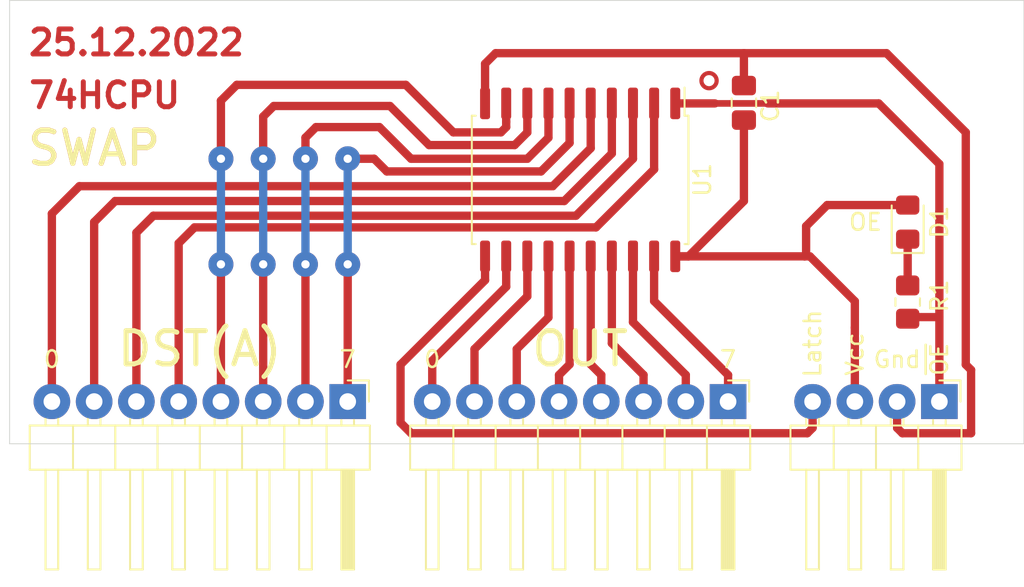
<source format=kicad_pcb>
(kicad_pcb (version 20171130) (host pcbnew "(5.1.8)-1")

  (general
    (thickness 1.6)
    (drawings 20)
    (tracks 133)
    (zones 0)
    (modules 7)
    (nets 22)
  )

  (page A4 portrait)
  (layers
    (0 F.Cu signal)
    (31 B.Cu signal)
    (32 B.Adhes user)
    (33 F.Adhes user)
    (34 B.Paste user)
    (35 F.Paste user)
    (36 B.SilkS user)
    (37 F.SilkS user)
    (38 B.Mask user)
    (39 F.Mask user)
    (40 Dwgs.User user)
    (41 Cmts.User user)
    (42 Eco1.User user)
    (43 Eco2.User user)
    (44 Edge.Cuts user)
    (45 Margin user)
    (46 B.CrtYd user)
    (47 F.CrtYd user)
    (48 B.Fab user)
    (49 F.Fab user)
  )

  (setup
    (last_trace_width 0.4)
    (user_trace_width 0.4)
    (user_trace_width 0.5)
    (user_trace_width 0.6)
    (user_trace_width 0.8)
    (trace_clearance 0.2)
    (zone_clearance 0.508)
    (zone_45_only no)
    (trace_min 0.2)
    (via_size 1.5)
    (via_drill 0.5)
    (via_min_size 0.4)
    (via_min_drill 0.3)
    (user_via 1.6 0.9)
    (uvia_size 0.3)
    (uvia_drill 0.1)
    (uvias_allowed no)
    (uvia_min_size 0.2)
    (uvia_min_drill 0.1)
    (edge_width 0.05)
    (segment_width 0.2)
    (pcb_text_width 0.3)
    (pcb_text_size 1.5 1.5)
    (mod_edge_width 0.12)
    (mod_text_size 1 1)
    (mod_text_width 0.15)
    (pad_size 1.6 1.6)
    (pad_drill 0.8)
    (pad_to_mask_clearance 0)
    (aux_axis_origin 83.82 40.005)
    (visible_elements 7FFFFFFF)
    (pcbplotparams
      (layerselection 0x010f0_ffffffff)
      (usegerberextensions true)
      (usegerberattributes false)
      (usegerberadvancedattributes false)
      (creategerberjobfile false)
      (excludeedgelayer true)
      (linewidth 0.100000)
      (plotframeref false)
      (viasonmask false)
      (mode 1)
      (useauxorigin true)
      (hpglpennumber 1)
      (hpglpenspeed 20)
      (hpglpendiameter 15.000000)
      (psnegative false)
      (psa4output false)
      (plotreference true)
      (plotvalue true)
      (plotinvisibletext false)
      (padsonsilk false)
      (subtractmaskfromsilk false)
      (outputformat 1)
      (mirror false)
      (drillshape 0)
      (scaleselection 1)
      (outputdirectory "gerber/"))
  )

  (net 0 "")
  (net 1 "Net-(J3-Pad7)")
  (net 2 "Net-(J3-Pad6)")
  (net 3 "Net-(J3-Pad5)")
  (net 4 "Net-(J3-Pad4)")
  (net 5 "Net-(J3-Pad3)")
  (net 6 "Net-(J3-Pad2)")
  (net 7 VCC)
  (net 8 GND)
  (net 9 /A0)
  (net 10 /A7)
  (net 11 /OUT0)
  (net 12 /OUT7)
  (net 13 /Latch)
  (net 14 /~OE)
  (net 15 "Net-(D1-Pad1)")
  (net 16 /A1)
  (net 17 /A2)
  (net 18 /A3)
  (net 19 /A4)
  (net 20 /A5)
  (net 21 /A6)

  (net_class Default "This is the default net class."
    (clearance 0.2)
    (trace_width 0.4)
    (via_dia 1.5)
    (via_drill 0.5)
    (uvia_dia 0.3)
    (uvia_drill 0.1)
    (add_net /A0)
    (add_net /A1)
    (add_net /A2)
    (add_net /A3)
    (add_net /A4)
    (add_net /A5)
    (add_net /A6)
    (add_net /A7)
    (add_net /Latch)
    (add_net /OUT0)
    (add_net /OUT7)
    (add_net /~OE)
    (add_net GND)
    (add_net "Net-(D1-Pad1)")
    (add_net "Net-(J3-Pad2)")
    (add_net "Net-(J3-Pad3)")
    (add_net "Net-(J3-Pad4)")
    (add_net "Net-(J3-Pad5)")
    (add_net "Net-(J3-Pad6)")
    (add_net "Net-(J3-Pad7)")
    (add_net VCC)
  )

  (module Connector_PinHeader_2.54mm:PinHeader_1x04_P2.54mm_Horizontal (layer F.Cu) (tedit 59FED5CB) (tstamp 5F500AA8)
    (at 139.7 64.135 270)
    (descr "Through hole angled pin header, 1x04, 2.54mm pitch, 6mm pin length, single row")
    (tags "Through hole angled pin header THT 1x04 2.54mm single row")
    (path /5F50268E)
    (fp_text reference J4 (at 0.3175 -1.905 90) (layer F.SilkS) hide
      (effects (font (size 1 1) (thickness 0.15)))
    )
    (fp_text value Conn_01x04_Male (at 4.385 9.89 90) (layer F.Fab)
      (effects (font (size 1 1) (thickness 0.15)))
    )
    (fp_line (start 2.135 -1.27) (end 4.04 -1.27) (layer F.Fab) (width 0.1))
    (fp_line (start 4.04 -1.27) (end 4.04 8.89) (layer F.Fab) (width 0.1))
    (fp_line (start 4.04 8.89) (end 1.5 8.89) (layer F.Fab) (width 0.1))
    (fp_line (start 1.5 8.89) (end 1.5 -0.635) (layer F.Fab) (width 0.1))
    (fp_line (start 1.5 -0.635) (end 2.135 -1.27) (layer F.Fab) (width 0.1))
    (fp_line (start -0.32 -0.32) (end 1.5 -0.32) (layer F.Fab) (width 0.1))
    (fp_line (start -0.32 -0.32) (end -0.32 0.32) (layer F.Fab) (width 0.1))
    (fp_line (start -0.32 0.32) (end 1.5 0.32) (layer F.Fab) (width 0.1))
    (fp_line (start 4.04 -0.32) (end 10.04 -0.32) (layer F.Fab) (width 0.1))
    (fp_line (start 10.04 -0.32) (end 10.04 0.32) (layer F.Fab) (width 0.1))
    (fp_line (start 4.04 0.32) (end 10.04 0.32) (layer F.Fab) (width 0.1))
    (fp_line (start -0.32 2.22) (end 1.5 2.22) (layer F.Fab) (width 0.1))
    (fp_line (start -0.32 2.22) (end -0.32 2.86) (layer F.Fab) (width 0.1))
    (fp_line (start -0.32 2.86) (end 1.5 2.86) (layer F.Fab) (width 0.1))
    (fp_line (start 4.04 2.22) (end 10.04 2.22) (layer F.Fab) (width 0.1))
    (fp_line (start 10.04 2.22) (end 10.04 2.86) (layer F.Fab) (width 0.1))
    (fp_line (start 4.04 2.86) (end 10.04 2.86) (layer F.Fab) (width 0.1))
    (fp_line (start -0.32 4.76) (end 1.5 4.76) (layer F.Fab) (width 0.1))
    (fp_line (start -0.32 4.76) (end -0.32 5.4) (layer F.Fab) (width 0.1))
    (fp_line (start -0.32 5.4) (end 1.5 5.4) (layer F.Fab) (width 0.1))
    (fp_line (start 4.04 4.76) (end 10.04 4.76) (layer F.Fab) (width 0.1))
    (fp_line (start 10.04 4.76) (end 10.04 5.4) (layer F.Fab) (width 0.1))
    (fp_line (start 4.04 5.4) (end 10.04 5.4) (layer F.Fab) (width 0.1))
    (fp_line (start -0.32 7.3) (end 1.5 7.3) (layer F.Fab) (width 0.1))
    (fp_line (start -0.32 7.3) (end -0.32 7.94) (layer F.Fab) (width 0.1))
    (fp_line (start -0.32 7.94) (end 1.5 7.94) (layer F.Fab) (width 0.1))
    (fp_line (start 4.04 7.3) (end 10.04 7.3) (layer F.Fab) (width 0.1))
    (fp_line (start 10.04 7.3) (end 10.04 7.94) (layer F.Fab) (width 0.1))
    (fp_line (start 4.04 7.94) (end 10.04 7.94) (layer F.Fab) (width 0.1))
    (fp_line (start 1.44 -1.33) (end 1.44 8.95) (layer F.SilkS) (width 0.12))
    (fp_line (start 1.44 8.95) (end 4.1 8.95) (layer F.SilkS) (width 0.12))
    (fp_line (start 4.1 8.95) (end 4.1 -1.33) (layer F.SilkS) (width 0.12))
    (fp_line (start 4.1 -1.33) (end 1.44 -1.33) (layer F.SilkS) (width 0.12))
    (fp_line (start 4.1 -0.38) (end 10.1 -0.38) (layer F.SilkS) (width 0.12))
    (fp_line (start 10.1 -0.38) (end 10.1 0.38) (layer F.SilkS) (width 0.12))
    (fp_line (start 10.1 0.38) (end 4.1 0.38) (layer F.SilkS) (width 0.12))
    (fp_line (start 4.1 -0.32) (end 10.1 -0.32) (layer F.SilkS) (width 0.12))
    (fp_line (start 4.1 -0.2) (end 10.1 -0.2) (layer F.SilkS) (width 0.12))
    (fp_line (start 4.1 -0.08) (end 10.1 -0.08) (layer F.SilkS) (width 0.12))
    (fp_line (start 4.1 0.04) (end 10.1 0.04) (layer F.SilkS) (width 0.12))
    (fp_line (start 4.1 0.16) (end 10.1 0.16) (layer F.SilkS) (width 0.12))
    (fp_line (start 4.1 0.28) (end 10.1 0.28) (layer F.SilkS) (width 0.12))
    (fp_line (start 1.11 -0.38) (end 1.44 -0.38) (layer F.SilkS) (width 0.12))
    (fp_line (start 1.11 0.38) (end 1.44 0.38) (layer F.SilkS) (width 0.12))
    (fp_line (start 1.44 1.27) (end 4.1 1.27) (layer F.SilkS) (width 0.12))
    (fp_line (start 4.1 2.16) (end 10.1 2.16) (layer F.SilkS) (width 0.12))
    (fp_line (start 10.1 2.16) (end 10.1 2.92) (layer F.SilkS) (width 0.12))
    (fp_line (start 10.1 2.92) (end 4.1 2.92) (layer F.SilkS) (width 0.12))
    (fp_line (start 1.042929 2.16) (end 1.44 2.16) (layer F.SilkS) (width 0.12))
    (fp_line (start 1.042929 2.92) (end 1.44 2.92) (layer F.SilkS) (width 0.12))
    (fp_line (start 1.44 3.81) (end 4.1 3.81) (layer F.SilkS) (width 0.12))
    (fp_line (start 4.1 4.7) (end 10.1 4.7) (layer F.SilkS) (width 0.12))
    (fp_line (start 10.1 4.7) (end 10.1 5.46) (layer F.SilkS) (width 0.12))
    (fp_line (start 10.1 5.46) (end 4.1 5.46) (layer F.SilkS) (width 0.12))
    (fp_line (start 1.042929 4.7) (end 1.44 4.7) (layer F.SilkS) (width 0.12))
    (fp_line (start 1.042929 5.46) (end 1.44 5.46) (layer F.SilkS) (width 0.12))
    (fp_line (start 1.44 6.35) (end 4.1 6.35) (layer F.SilkS) (width 0.12))
    (fp_line (start 4.1 7.24) (end 10.1 7.24) (layer F.SilkS) (width 0.12))
    (fp_line (start 10.1 7.24) (end 10.1 8) (layer F.SilkS) (width 0.12))
    (fp_line (start 10.1 8) (end 4.1 8) (layer F.SilkS) (width 0.12))
    (fp_line (start 1.042929 7.24) (end 1.44 7.24) (layer F.SilkS) (width 0.12))
    (fp_line (start 1.042929 8) (end 1.44 8) (layer F.SilkS) (width 0.12))
    (fp_line (start -1.27 0) (end -1.27 -1.27) (layer F.SilkS) (width 0.12))
    (fp_line (start -1.27 -1.27) (end 0 -1.27) (layer F.SilkS) (width 0.12))
    (fp_line (start -1.8 -1.8) (end -1.8 9.4) (layer F.CrtYd) (width 0.05))
    (fp_line (start -1.8 9.4) (end 10.55 9.4) (layer F.CrtYd) (width 0.05))
    (fp_line (start 10.55 9.4) (end 10.55 -1.8) (layer F.CrtYd) (width 0.05))
    (fp_line (start 10.55 -1.8) (end -1.8 -1.8) (layer F.CrtYd) (width 0.05))
    (fp_text user %R (at 2.77 3.81) (layer F.Fab)
      (effects (font (size 1 1) (thickness 0.15)))
    )
    (pad 4 thru_hole oval (at 0 7.62 270) (size 2.1 2.2) (drill 1) (layers *.Cu *.Mask)
      (net 13 /Latch))
    (pad 3 thru_hole oval (at 0 5.08 270) (size 2.1 2.2) (drill 1) (layers *.Cu *.Mask)
      (net 7 VCC))
    (pad 2 thru_hole oval (at 0 2.54 270) (size 2.1 2.2) (drill 1) (layers *.Cu *.Mask)
      (net 8 GND))
    (pad 1 thru_hole rect (at 0 0 270) (size 2.1 2.2) (drill 1) (layers *.Cu *.Mask)
      (net 14 /~OE))
    (model ${KISYS3DMOD}/Connector_PinHeader_2.54mm.3dshapes/PinHeader_1x04_P2.54mm_Horizontal.wrl
      (at (xyz 0 0 0))
      (scale (xyz 1 1 1))
      (rotate (xyz 0 0 0))
    )
  )

  (module Connector_PinHeader_2.54mm:PinHeader_1x08_P2.54mm_Horizontal (layer F.Cu) (tedit 59FED5CB) (tstamp 5F500A5B)
    (at 127 64.135 270)
    (descr "Through hole angled pin header, 1x08, 2.54mm pitch, 6mm pin length, single row")
    (tags "Through hole angled pin header THT 1x08 2.54mm single row")
    (path /5F502016)
    (fp_text reference J3 (at 0.635 -2.54 90) (layer F.SilkS) hide
      (effects (font (size 1 1) (thickness 0.15)))
    )
    (fp_text value Conn_01x08_Male (at 4.385 20.05 90) (layer F.Fab)
      (effects (font (size 1 1) (thickness 0.15)))
    )
    (fp_line (start 2.135 -1.27) (end 4.04 -1.27) (layer F.Fab) (width 0.1))
    (fp_line (start 4.04 -1.27) (end 4.04 19.05) (layer F.Fab) (width 0.1))
    (fp_line (start 4.04 19.05) (end 1.5 19.05) (layer F.Fab) (width 0.1))
    (fp_line (start 1.5 19.05) (end 1.5 -0.635) (layer F.Fab) (width 0.1))
    (fp_line (start 1.5 -0.635) (end 2.135 -1.27) (layer F.Fab) (width 0.1))
    (fp_line (start -0.32 -0.32) (end 1.5 -0.32) (layer F.Fab) (width 0.1))
    (fp_line (start -0.32 -0.32) (end -0.32 0.32) (layer F.Fab) (width 0.1))
    (fp_line (start -0.32 0.32) (end 1.5 0.32) (layer F.Fab) (width 0.1))
    (fp_line (start 4.04 -0.32) (end 10.04 -0.32) (layer F.Fab) (width 0.1))
    (fp_line (start 10.04 -0.32) (end 10.04 0.32) (layer F.Fab) (width 0.1))
    (fp_line (start 4.04 0.32) (end 10.04 0.32) (layer F.Fab) (width 0.1))
    (fp_line (start -0.32 2.22) (end 1.5 2.22) (layer F.Fab) (width 0.1))
    (fp_line (start -0.32 2.22) (end -0.32 2.86) (layer F.Fab) (width 0.1))
    (fp_line (start -0.32 2.86) (end 1.5 2.86) (layer F.Fab) (width 0.1))
    (fp_line (start 4.04 2.22) (end 10.04 2.22) (layer F.Fab) (width 0.1))
    (fp_line (start 10.04 2.22) (end 10.04 2.86) (layer F.Fab) (width 0.1))
    (fp_line (start 4.04 2.86) (end 10.04 2.86) (layer F.Fab) (width 0.1))
    (fp_line (start -0.32 4.76) (end 1.5 4.76) (layer F.Fab) (width 0.1))
    (fp_line (start -0.32 4.76) (end -0.32 5.4) (layer F.Fab) (width 0.1))
    (fp_line (start -0.32 5.4) (end 1.5 5.4) (layer F.Fab) (width 0.1))
    (fp_line (start 4.04 4.76) (end 10.04 4.76) (layer F.Fab) (width 0.1))
    (fp_line (start 10.04 4.76) (end 10.04 5.4) (layer F.Fab) (width 0.1))
    (fp_line (start 4.04 5.4) (end 10.04 5.4) (layer F.Fab) (width 0.1))
    (fp_line (start -0.32 7.3) (end 1.5 7.3) (layer F.Fab) (width 0.1))
    (fp_line (start -0.32 7.3) (end -0.32 7.94) (layer F.Fab) (width 0.1))
    (fp_line (start -0.32 7.94) (end 1.5 7.94) (layer F.Fab) (width 0.1))
    (fp_line (start 4.04 7.3) (end 10.04 7.3) (layer F.Fab) (width 0.1))
    (fp_line (start 10.04 7.3) (end 10.04 7.94) (layer F.Fab) (width 0.1))
    (fp_line (start 4.04 7.94) (end 10.04 7.94) (layer F.Fab) (width 0.1))
    (fp_line (start -0.32 9.84) (end 1.5 9.84) (layer F.Fab) (width 0.1))
    (fp_line (start -0.32 9.84) (end -0.32 10.48) (layer F.Fab) (width 0.1))
    (fp_line (start -0.32 10.48) (end 1.5 10.48) (layer F.Fab) (width 0.1))
    (fp_line (start 4.04 9.84) (end 10.04 9.84) (layer F.Fab) (width 0.1))
    (fp_line (start 10.04 9.84) (end 10.04 10.48) (layer F.Fab) (width 0.1))
    (fp_line (start 4.04 10.48) (end 10.04 10.48) (layer F.Fab) (width 0.1))
    (fp_line (start -0.32 12.38) (end 1.5 12.38) (layer F.Fab) (width 0.1))
    (fp_line (start -0.32 12.38) (end -0.32 13.02) (layer F.Fab) (width 0.1))
    (fp_line (start -0.32 13.02) (end 1.5 13.02) (layer F.Fab) (width 0.1))
    (fp_line (start 4.04 12.38) (end 10.04 12.38) (layer F.Fab) (width 0.1))
    (fp_line (start 10.04 12.38) (end 10.04 13.02) (layer F.Fab) (width 0.1))
    (fp_line (start 4.04 13.02) (end 10.04 13.02) (layer F.Fab) (width 0.1))
    (fp_line (start -0.32 14.92) (end 1.5 14.92) (layer F.Fab) (width 0.1))
    (fp_line (start -0.32 14.92) (end -0.32 15.56) (layer F.Fab) (width 0.1))
    (fp_line (start -0.32 15.56) (end 1.5 15.56) (layer F.Fab) (width 0.1))
    (fp_line (start 4.04 14.92) (end 10.04 14.92) (layer F.Fab) (width 0.1))
    (fp_line (start 10.04 14.92) (end 10.04 15.56) (layer F.Fab) (width 0.1))
    (fp_line (start 4.04 15.56) (end 10.04 15.56) (layer F.Fab) (width 0.1))
    (fp_line (start -0.32 17.46) (end 1.5 17.46) (layer F.Fab) (width 0.1))
    (fp_line (start -0.32 17.46) (end -0.32 18.1) (layer F.Fab) (width 0.1))
    (fp_line (start -0.32 18.1) (end 1.5 18.1) (layer F.Fab) (width 0.1))
    (fp_line (start 4.04 17.46) (end 10.04 17.46) (layer F.Fab) (width 0.1))
    (fp_line (start 10.04 17.46) (end 10.04 18.1) (layer F.Fab) (width 0.1))
    (fp_line (start 4.04 18.1) (end 10.04 18.1) (layer F.Fab) (width 0.1))
    (fp_line (start 1.44 -1.33) (end 1.44 19.11) (layer F.SilkS) (width 0.12))
    (fp_line (start 1.44 19.11) (end 4.1 19.11) (layer F.SilkS) (width 0.12))
    (fp_line (start 4.1 19.11) (end 4.1 -1.33) (layer F.SilkS) (width 0.12))
    (fp_line (start 4.1 -1.33) (end 1.44 -1.33) (layer F.SilkS) (width 0.12))
    (fp_line (start 4.1 -0.38) (end 10.1 -0.38) (layer F.SilkS) (width 0.12))
    (fp_line (start 10.1 -0.38) (end 10.1 0.38) (layer F.SilkS) (width 0.12))
    (fp_line (start 10.1 0.38) (end 4.1 0.38) (layer F.SilkS) (width 0.12))
    (fp_line (start 4.1 -0.32) (end 10.1 -0.32) (layer F.SilkS) (width 0.12))
    (fp_line (start 4.1 -0.2) (end 10.1 -0.2) (layer F.SilkS) (width 0.12))
    (fp_line (start 4.1 -0.08) (end 10.1 -0.08) (layer F.SilkS) (width 0.12))
    (fp_line (start 4.1 0.04) (end 10.1 0.04) (layer F.SilkS) (width 0.12))
    (fp_line (start 4.1 0.16) (end 10.1 0.16) (layer F.SilkS) (width 0.12))
    (fp_line (start 4.1 0.28) (end 10.1 0.28) (layer F.SilkS) (width 0.12))
    (fp_line (start 1.11 -0.38) (end 1.44 -0.38) (layer F.SilkS) (width 0.12))
    (fp_line (start 1.11 0.38) (end 1.44 0.38) (layer F.SilkS) (width 0.12))
    (fp_line (start 1.44 1.27) (end 4.1 1.27) (layer F.SilkS) (width 0.12))
    (fp_line (start 4.1 2.16) (end 10.1 2.16) (layer F.SilkS) (width 0.12))
    (fp_line (start 10.1 2.16) (end 10.1 2.92) (layer F.SilkS) (width 0.12))
    (fp_line (start 10.1 2.92) (end 4.1 2.92) (layer F.SilkS) (width 0.12))
    (fp_line (start 1.042929 2.16) (end 1.44 2.16) (layer F.SilkS) (width 0.12))
    (fp_line (start 1.042929 2.92) (end 1.44 2.92) (layer F.SilkS) (width 0.12))
    (fp_line (start 1.44 3.81) (end 4.1 3.81) (layer F.SilkS) (width 0.12))
    (fp_line (start 4.1 4.7) (end 10.1 4.7) (layer F.SilkS) (width 0.12))
    (fp_line (start 10.1 4.7) (end 10.1 5.46) (layer F.SilkS) (width 0.12))
    (fp_line (start 10.1 5.46) (end 4.1 5.46) (layer F.SilkS) (width 0.12))
    (fp_line (start 1.042929 4.7) (end 1.44 4.7) (layer F.SilkS) (width 0.12))
    (fp_line (start 1.042929 5.46) (end 1.44 5.46) (layer F.SilkS) (width 0.12))
    (fp_line (start 1.44 6.35) (end 4.1 6.35) (layer F.SilkS) (width 0.12))
    (fp_line (start 4.1 7.24) (end 10.1 7.24) (layer F.SilkS) (width 0.12))
    (fp_line (start 10.1 7.24) (end 10.1 8) (layer F.SilkS) (width 0.12))
    (fp_line (start 10.1 8) (end 4.1 8) (layer F.SilkS) (width 0.12))
    (fp_line (start 1.042929 7.24) (end 1.44 7.24) (layer F.SilkS) (width 0.12))
    (fp_line (start 1.042929 8) (end 1.44 8) (layer F.SilkS) (width 0.12))
    (fp_line (start 1.44 8.89) (end 4.1 8.89) (layer F.SilkS) (width 0.12))
    (fp_line (start 4.1 9.78) (end 10.1 9.78) (layer F.SilkS) (width 0.12))
    (fp_line (start 10.1 9.78) (end 10.1 10.54) (layer F.SilkS) (width 0.12))
    (fp_line (start 10.1 10.54) (end 4.1 10.54) (layer F.SilkS) (width 0.12))
    (fp_line (start 1.042929 9.78) (end 1.44 9.78) (layer F.SilkS) (width 0.12))
    (fp_line (start 1.042929 10.54) (end 1.44 10.54) (layer F.SilkS) (width 0.12))
    (fp_line (start 1.44 11.43) (end 4.1 11.43) (layer F.SilkS) (width 0.12))
    (fp_line (start 4.1 12.32) (end 10.1 12.32) (layer F.SilkS) (width 0.12))
    (fp_line (start 10.1 12.32) (end 10.1 13.08) (layer F.SilkS) (width 0.12))
    (fp_line (start 10.1 13.08) (end 4.1 13.08) (layer F.SilkS) (width 0.12))
    (fp_line (start 1.042929 12.32) (end 1.44 12.32) (layer F.SilkS) (width 0.12))
    (fp_line (start 1.042929 13.08) (end 1.44 13.08) (layer F.SilkS) (width 0.12))
    (fp_line (start 1.44 13.97) (end 4.1 13.97) (layer F.SilkS) (width 0.12))
    (fp_line (start 4.1 14.86) (end 10.1 14.86) (layer F.SilkS) (width 0.12))
    (fp_line (start 10.1 14.86) (end 10.1 15.62) (layer F.SilkS) (width 0.12))
    (fp_line (start 10.1 15.62) (end 4.1 15.62) (layer F.SilkS) (width 0.12))
    (fp_line (start 1.042929 14.86) (end 1.44 14.86) (layer F.SilkS) (width 0.12))
    (fp_line (start 1.042929 15.62) (end 1.44 15.62) (layer F.SilkS) (width 0.12))
    (fp_line (start 1.44 16.51) (end 4.1 16.51) (layer F.SilkS) (width 0.12))
    (fp_line (start 4.1 17.4) (end 10.1 17.4) (layer F.SilkS) (width 0.12))
    (fp_line (start 10.1 17.4) (end 10.1 18.16) (layer F.SilkS) (width 0.12))
    (fp_line (start 10.1 18.16) (end 4.1 18.16) (layer F.SilkS) (width 0.12))
    (fp_line (start 1.042929 17.4) (end 1.44 17.4) (layer F.SilkS) (width 0.12))
    (fp_line (start 1.042929 18.16) (end 1.44 18.16) (layer F.SilkS) (width 0.12))
    (fp_line (start -1.27 0) (end -1.27 -1.27) (layer F.SilkS) (width 0.12))
    (fp_line (start -1.27 -1.27) (end 0 -1.27) (layer F.SilkS) (width 0.12))
    (fp_line (start -1.8 -1.8) (end -1.8 19.55) (layer F.CrtYd) (width 0.05))
    (fp_line (start -1.8 19.55) (end 10.55 19.55) (layer F.CrtYd) (width 0.05))
    (fp_line (start 10.55 19.55) (end 10.55 -1.8) (layer F.CrtYd) (width 0.05))
    (fp_line (start 10.55 -1.8) (end -1.8 -1.8) (layer F.CrtYd) (width 0.05))
    (fp_text user %R (at 2.77 8.89) (layer F.Fab)
      (effects (font (size 1 1) (thickness 0.15)))
    )
    (pad 8 thru_hole oval (at 0 17.78 270) (size 2.1 2.2) (drill 1) (layers *.Cu *.Mask)
      (net 11 /OUT0))
    (pad 7 thru_hole oval (at 0 15.24 270) (size 2.1 2.2) (drill 1) (layers *.Cu *.Mask)
      (net 1 "Net-(J3-Pad7)"))
    (pad 6 thru_hole oval (at 0 12.7 270) (size 2.1 2.2) (drill 1) (layers *.Cu *.Mask)
      (net 2 "Net-(J3-Pad6)"))
    (pad 5 thru_hole oval (at 0 10.16 270) (size 2.1 2.2) (drill 1) (layers *.Cu *.Mask)
      (net 3 "Net-(J3-Pad5)"))
    (pad 4 thru_hole oval (at 0 7.62 270) (size 2.1 2.2) (drill 1) (layers *.Cu *.Mask)
      (net 4 "Net-(J3-Pad4)"))
    (pad 3 thru_hole oval (at 0 5.08 270) (size 2.1 2.2) (drill 1) (layers *.Cu *.Mask)
      (net 5 "Net-(J3-Pad3)"))
    (pad 2 thru_hole oval (at 0 2.54 270) (size 2.1 2.2) (drill 1) (layers *.Cu *.Mask)
      (net 6 "Net-(J3-Pad2)"))
    (pad 1 thru_hole rect (at 0 0 270) (size 2.1 2.2) (drill 1) (layers *.Cu *.Mask)
      (net 12 /OUT7))
    (model ${KISYS3DMOD}/Connector_PinHeader_2.54mm.3dshapes/PinHeader_1x08_P2.54mm_Horizontal.wrl
      (at (xyz 0 0 0))
      (scale (xyz 1 1 1))
      (rotate (xyz 0 0 0))
    )
  )

  (module Connector_PinHeader_2.54mm:PinHeader_1x08_P2.54mm_Horizontal (layer F.Cu) (tedit 59FED5CB) (tstamp 5F5009DA)
    (at 104.14 64.135 270)
    (descr "Through hole angled pin header, 1x08, 2.54mm pitch, 6mm pin length, single row")
    (tags "Through hole angled pin header THT 1x08 2.54mm single row")
    (path /5F5016B1)
    (fp_text reference J2 (at 0.635 -2.27 90) (layer F.SilkS) hide
      (effects (font (size 1 1) (thickness 0.15)))
    )
    (fp_text value Conn_01x08_Male (at 4.385 20.05 90) (layer F.Fab)
      (effects (font (size 1 1) (thickness 0.15)))
    )
    (fp_line (start 2.135 -1.27) (end 4.04 -1.27) (layer F.Fab) (width 0.1))
    (fp_line (start 4.04 -1.27) (end 4.04 19.05) (layer F.Fab) (width 0.1))
    (fp_line (start 4.04 19.05) (end 1.5 19.05) (layer F.Fab) (width 0.1))
    (fp_line (start 1.5 19.05) (end 1.5 -0.635) (layer F.Fab) (width 0.1))
    (fp_line (start 1.5 -0.635) (end 2.135 -1.27) (layer F.Fab) (width 0.1))
    (fp_line (start -0.32 -0.32) (end 1.5 -0.32) (layer F.Fab) (width 0.1))
    (fp_line (start -0.32 -0.32) (end -0.32 0.32) (layer F.Fab) (width 0.1))
    (fp_line (start -0.32 0.32) (end 1.5 0.32) (layer F.Fab) (width 0.1))
    (fp_line (start 4.04 -0.32) (end 10.04 -0.32) (layer F.Fab) (width 0.1))
    (fp_line (start 10.04 -0.32) (end 10.04 0.32) (layer F.Fab) (width 0.1))
    (fp_line (start 4.04 0.32) (end 10.04 0.32) (layer F.Fab) (width 0.1))
    (fp_line (start -0.32 2.22) (end 1.5 2.22) (layer F.Fab) (width 0.1))
    (fp_line (start -0.32 2.22) (end -0.32 2.86) (layer F.Fab) (width 0.1))
    (fp_line (start -0.32 2.86) (end 1.5 2.86) (layer F.Fab) (width 0.1))
    (fp_line (start 4.04 2.22) (end 10.04 2.22) (layer F.Fab) (width 0.1))
    (fp_line (start 10.04 2.22) (end 10.04 2.86) (layer F.Fab) (width 0.1))
    (fp_line (start 4.04 2.86) (end 10.04 2.86) (layer F.Fab) (width 0.1))
    (fp_line (start -0.32 4.76) (end 1.5 4.76) (layer F.Fab) (width 0.1))
    (fp_line (start -0.32 4.76) (end -0.32 5.4) (layer F.Fab) (width 0.1))
    (fp_line (start -0.32 5.4) (end 1.5 5.4) (layer F.Fab) (width 0.1))
    (fp_line (start 4.04 4.76) (end 10.04 4.76) (layer F.Fab) (width 0.1))
    (fp_line (start 10.04 4.76) (end 10.04 5.4) (layer F.Fab) (width 0.1))
    (fp_line (start 4.04 5.4) (end 10.04 5.4) (layer F.Fab) (width 0.1))
    (fp_line (start -0.32 7.3) (end 1.5 7.3) (layer F.Fab) (width 0.1))
    (fp_line (start -0.32 7.3) (end -0.32 7.94) (layer F.Fab) (width 0.1))
    (fp_line (start -0.32 7.94) (end 1.5 7.94) (layer F.Fab) (width 0.1))
    (fp_line (start 4.04 7.3) (end 10.04 7.3) (layer F.Fab) (width 0.1))
    (fp_line (start 10.04 7.3) (end 10.04 7.94) (layer F.Fab) (width 0.1))
    (fp_line (start 4.04 7.94) (end 10.04 7.94) (layer F.Fab) (width 0.1))
    (fp_line (start -0.32 9.84) (end 1.5 9.84) (layer F.Fab) (width 0.1))
    (fp_line (start -0.32 9.84) (end -0.32 10.48) (layer F.Fab) (width 0.1))
    (fp_line (start -0.32 10.48) (end 1.5 10.48) (layer F.Fab) (width 0.1))
    (fp_line (start 4.04 9.84) (end 10.04 9.84) (layer F.Fab) (width 0.1))
    (fp_line (start 10.04 9.84) (end 10.04 10.48) (layer F.Fab) (width 0.1))
    (fp_line (start 4.04 10.48) (end 10.04 10.48) (layer F.Fab) (width 0.1))
    (fp_line (start -0.32 12.38) (end 1.5 12.38) (layer F.Fab) (width 0.1))
    (fp_line (start -0.32 12.38) (end -0.32 13.02) (layer F.Fab) (width 0.1))
    (fp_line (start -0.32 13.02) (end 1.5 13.02) (layer F.Fab) (width 0.1))
    (fp_line (start 4.04 12.38) (end 10.04 12.38) (layer F.Fab) (width 0.1))
    (fp_line (start 10.04 12.38) (end 10.04 13.02) (layer F.Fab) (width 0.1))
    (fp_line (start 4.04 13.02) (end 10.04 13.02) (layer F.Fab) (width 0.1))
    (fp_line (start -0.32 14.92) (end 1.5 14.92) (layer F.Fab) (width 0.1))
    (fp_line (start -0.32 14.92) (end -0.32 15.56) (layer F.Fab) (width 0.1))
    (fp_line (start -0.32 15.56) (end 1.5 15.56) (layer F.Fab) (width 0.1))
    (fp_line (start 4.04 14.92) (end 10.04 14.92) (layer F.Fab) (width 0.1))
    (fp_line (start 10.04 14.92) (end 10.04 15.56) (layer F.Fab) (width 0.1))
    (fp_line (start 4.04 15.56) (end 10.04 15.56) (layer F.Fab) (width 0.1))
    (fp_line (start -0.32 17.46) (end 1.5 17.46) (layer F.Fab) (width 0.1))
    (fp_line (start -0.32 17.46) (end -0.32 18.1) (layer F.Fab) (width 0.1))
    (fp_line (start -0.32 18.1) (end 1.5 18.1) (layer F.Fab) (width 0.1))
    (fp_line (start 4.04 17.46) (end 10.04 17.46) (layer F.Fab) (width 0.1))
    (fp_line (start 10.04 17.46) (end 10.04 18.1) (layer F.Fab) (width 0.1))
    (fp_line (start 4.04 18.1) (end 10.04 18.1) (layer F.Fab) (width 0.1))
    (fp_line (start 1.44 -1.33) (end 1.44 19.11) (layer F.SilkS) (width 0.12))
    (fp_line (start 1.44 19.11) (end 4.1 19.11) (layer F.SilkS) (width 0.12))
    (fp_line (start 4.1 19.11) (end 4.1 -1.33) (layer F.SilkS) (width 0.12))
    (fp_line (start 4.1 -1.33) (end 1.44 -1.33) (layer F.SilkS) (width 0.12))
    (fp_line (start 4.1 -0.38) (end 10.1 -0.38) (layer F.SilkS) (width 0.12))
    (fp_line (start 10.1 -0.38) (end 10.1 0.38) (layer F.SilkS) (width 0.12))
    (fp_line (start 10.1 0.38) (end 4.1 0.38) (layer F.SilkS) (width 0.12))
    (fp_line (start 4.1 -0.32) (end 10.1 -0.32) (layer F.SilkS) (width 0.12))
    (fp_line (start 4.1 -0.2) (end 10.1 -0.2) (layer F.SilkS) (width 0.12))
    (fp_line (start 4.1 -0.08) (end 10.1 -0.08) (layer F.SilkS) (width 0.12))
    (fp_line (start 4.1 0.04) (end 10.1 0.04) (layer F.SilkS) (width 0.12))
    (fp_line (start 4.1 0.16) (end 10.1 0.16) (layer F.SilkS) (width 0.12))
    (fp_line (start 4.1 0.28) (end 10.1 0.28) (layer F.SilkS) (width 0.12))
    (fp_line (start 1.11 -0.38) (end 1.44 -0.38) (layer F.SilkS) (width 0.12))
    (fp_line (start 1.11 0.38) (end 1.44 0.38) (layer F.SilkS) (width 0.12))
    (fp_line (start 1.44 1.27) (end 4.1 1.27) (layer F.SilkS) (width 0.12))
    (fp_line (start 4.1 2.16) (end 10.1 2.16) (layer F.SilkS) (width 0.12))
    (fp_line (start 10.1 2.16) (end 10.1 2.92) (layer F.SilkS) (width 0.12))
    (fp_line (start 10.1 2.92) (end 4.1 2.92) (layer F.SilkS) (width 0.12))
    (fp_line (start 1.042929 2.16) (end 1.44 2.16) (layer F.SilkS) (width 0.12))
    (fp_line (start 1.042929 2.92) (end 1.44 2.92) (layer F.SilkS) (width 0.12))
    (fp_line (start 1.44 3.81) (end 4.1 3.81) (layer F.SilkS) (width 0.12))
    (fp_line (start 4.1 4.7) (end 10.1 4.7) (layer F.SilkS) (width 0.12))
    (fp_line (start 10.1 4.7) (end 10.1 5.46) (layer F.SilkS) (width 0.12))
    (fp_line (start 10.1 5.46) (end 4.1 5.46) (layer F.SilkS) (width 0.12))
    (fp_line (start 1.042929 4.7) (end 1.44 4.7) (layer F.SilkS) (width 0.12))
    (fp_line (start 1.042929 5.46) (end 1.44 5.46) (layer F.SilkS) (width 0.12))
    (fp_line (start 1.44 6.35) (end 4.1 6.35) (layer F.SilkS) (width 0.12))
    (fp_line (start 4.1 7.24) (end 10.1 7.24) (layer F.SilkS) (width 0.12))
    (fp_line (start 10.1 7.24) (end 10.1 8) (layer F.SilkS) (width 0.12))
    (fp_line (start 10.1 8) (end 4.1 8) (layer F.SilkS) (width 0.12))
    (fp_line (start 1.042929 7.24) (end 1.44 7.24) (layer F.SilkS) (width 0.12))
    (fp_line (start 1.042929 8) (end 1.44 8) (layer F.SilkS) (width 0.12))
    (fp_line (start 1.44 8.89) (end 4.1 8.89) (layer F.SilkS) (width 0.12))
    (fp_line (start 4.1 9.78) (end 10.1 9.78) (layer F.SilkS) (width 0.12))
    (fp_line (start 10.1 9.78) (end 10.1 10.54) (layer F.SilkS) (width 0.12))
    (fp_line (start 10.1 10.54) (end 4.1 10.54) (layer F.SilkS) (width 0.12))
    (fp_line (start 1.042929 9.78) (end 1.44 9.78) (layer F.SilkS) (width 0.12))
    (fp_line (start 1.042929 10.54) (end 1.44 10.54) (layer F.SilkS) (width 0.12))
    (fp_line (start 1.44 11.43) (end 4.1 11.43) (layer F.SilkS) (width 0.12))
    (fp_line (start 4.1 12.32) (end 10.1 12.32) (layer F.SilkS) (width 0.12))
    (fp_line (start 10.1 12.32) (end 10.1 13.08) (layer F.SilkS) (width 0.12))
    (fp_line (start 10.1 13.08) (end 4.1 13.08) (layer F.SilkS) (width 0.12))
    (fp_line (start 1.042929 12.32) (end 1.44 12.32) (layer F.SilkS) (width 0.12))
    (fp_line (start 1.042929 13.08) (end 1.44 13.08) (layer F.SilkS) (width 0.12))
    (fp_line (start 1.44 13.97) (end 4.1 13.97) (layer F.SilkS) (width 0.12))
    (fp_line (start 4.1 14.86) (end 10.1 14.86) (layer F.SilkS) (width 0.12))
    (fp_line (start 10.1 14.86) (end 10.1 15.62) (layer F.SilkS) (width 0.12))
    (fp_line (start 10.1 15.62) (end 4.1 15.62) (layer F.SilkS) (width 0.12))
    (fp_line (start 1.042929 14.86) (end 1.44 14.86) (layer F.SilkS) (width 0.12))
    (fp_line (start 1.042929 15.62) (end 1.44 15.62) (layer F.SilkS) (width 0.12))
    (fp_line (start 1.44 16.51) (end 4.1 16.51) (layer F.SilkS) (width 0.12))
    (fp_line (start 4.1 17.4) (end 10.1 17.4) (layer F.SilkS) (width 0.12))
    (fp_line (start 10.1 17.4) (end 10.1 18.16) (layer F.SilkS) (width 0.12))
    (fp_line (start 10.1 18.16) (end 4.1 18.16) (layer F.SilkS) (width 0.12))
    (fp_line (start 1.042929 17.4) (end 1.44 17.4) (layer F.SilkS) (width 0.12))
    (fp_line (start 1.042929 18.16) (end 1.44 18.16) (layer F.SilkS) (width 0.12))
    (fp_line (start -1.27 0) (end -1.27 -1.27) (layer F.SilkS) (width 0.12))
    (fp_line (start -1.27 -1.27) (end 0 -1.27) (layer F.SilkS) (width 0.12))
    (fp_line (start -1.8 -1.8) (end -1.8 19.55) (layer F.CrtYd) (width 0.05))
    (fp_line (start -1.8 19.55) (end 10.55 19.55) (layer F.CrtYd) (width 0.05))
    (fp_line (start 10.55 19.55) (end 10.55 -1.8) (layer F.CrtYd) (width 0.05))
    (fp_line (start 10.55 -1.8) (end -1.8 -1.8) (layer F.CrtYd) (width 0.05))
    (fp_text user %R (at 2.77 8.89) (layer F.Fab)
      (effects (font (size 1 1) (thickness 0.15)))
    )
    (pad 8 thru_hole oval (at 0 17.78 270) (size 2.1 2.2) (drill 1) (layers *.Cu *.Mask)
      (net 9 /A0))
    (pad 7 thru_hole oval (at 0 15.24 270) (size 2.1 2.2) (drill 1) (layers *.Cu *.Mask)
      (net 16 /A1))
    (pad 6 thru_hole oval (at 0 12.7 270) (size 2.1 2.2) (drill 1) (layers *.Cu *.Mask)
      (net 17 /A2))
    (pad 5 thru_hole oval (at 0 10.16 270) (size 2.1 2.2) (drill 1) (layers *.Cu *.Mask)
      (net 18 /A3))
    (pad 4 thru_hole oval (at 0 7.62 270) (size 2.1 2.2) (drill 1) (layers *.Cu *.Mask)
      (net 19 /A4))
    (pad 3 thru_hole oval (at 0 5.08 270) (size 2.1 2.2) (drill 1) (layers *.Cu *.Mask)
      (net 20 /A5))
    (pad 2 thru_hole oval (at 0 2.54 270) (size 2.1 2.2) (drill 1) (layers *.Cu *.Mask)
      (net 21 /A6))
    (pad 1 thru_hole rect (at 0 0 270) (size 2.1 2.2) (drill 1) (layers *.Cu *.Mask)
      (net 10 /A7))
    (model ${KISYS3DMOD}/Connector_PinHeader_2.54mm.3dshapes/PinHeader_1x08_P2.54mm_Horizontal.wrl
      (at (xyz 0 0 0))
      (scale (xyz 1 1 1))
      (rotate (xyz 0 0 0))
    )
  )

  (module Package_SO:SOP-20_7.5x12.8mm_P1.27mm (layer F.Cu) (tedit 5F4D0A3D) (tstamp 62BBAC33)
    (at 118.11 50.8 270)
    (descr "SOP, 20 Pin (https://www.holtek.com/documents/10179/116723/sop20-300.pdf), generated with kicad-footprint-generator ipc_gullwing_generator.py")
    (tags "SOP SO")
    (path /5F510F59)
    (attr smd)
    (fp_text reference U1 (at 0 -7.35 90) (layer F.SilkS)
      (effects (font (size 1 1) (thickness 0.15)))
    )
    (fp_text value 74LS573 (at 0 7.35 90) (layer F.Fab)
      (effects (font (size 1 1) (thickness 0.15)))
    )
    (fp_line (start 5.8 -6.65) (end -5.8 -6.65) (layer F.CrtYd) (width 0.05))
    (fp_line (start 5.8 6.65) (end 5.8 -6.65) (layer F.CrtYd) (width 0.05))
    (fp_line (start -5.8 6.65) (end 5.8 6.65) (layer F.CrtYd) (width 0.05))
    (fp_line (start -5.8 -6.65) (end -5.8 6.65) (layer F.CrtYd) (width 0.05))
    (fp_line (start -3.75 -5.4) (end -2.75 -6.4) (layer F.Fab) (width 0.1))
    (fp_line (start -3.75 6.4) (end -3.75 -5.4) (layer F.Fab) (width 0.1))
    (fp_line (start 3.75 6.4) (end -3.75 6.4) (layer F.Fab) (width 0.1))
    (fp_line (start 3.75 -6.4) (end 3.75 6.4) (layer F.Fab) (width 0.1))
    (fp_line (start -2.75 -6.4) (end 3.75 -6.4) (layer F.Fab) (width 0.1))
    (fp_line (start -3.86 -6.275) (end -5.55 -6.275) (layer F.SilkS) (width 0.12))
    (fp_line (start -3.86 -6.51) (end -3.86 -6.275) (layer F.SilkS) (width 0.12))
    (fp_line (start 0 -6.51) (end -3.86 -6.51) (layer F.SilkS) (width 0.12))
    (fp_line (start 3.86 -6.51) (end 3.86 -6.275) (layer F.SilkS) (width 0.12))
    (fp_line (start 0 -6.51) (end 3.86 -6.51) (layer F.SilkS) (width 0.12))
    (fp_line (start -3.86 6.51) (end -3.86 6.275) (layer F.SilkS) (width 0.12))
    (fp_line (start 0 6.51) (end -3.86 6.51) (layer F.SilkS) (width 0.12))
    (fp_line (start 3.86 6.51) (end 3.86 6.275) (layer F.SilkS) (width 0.12))
    (fp_line (start 0 6.51) (end 3.86 6.51) (layer F.SilkS) (width 0.12))
    (fp_text user %R (at 0 0 90) (layer F.Fab)
      (effects (font (size 1 1) (thickness 0.15)))
    )
    (pad 1 smd roundrect (at -4.6 -5.715 270) (size 1.9 0.6) (layers F.Cu F.Paste F.Mask) (roundrect_rratio 0.25)
      (net 14 /~OE))
    (pad 2 smd roundrect (at -4.6 -4.445 270) (size 1.9 0.6) (layers F.Cu F.Paste F.Mask) (roundrect_rratio 0.25)
      (net 18 /A3))
    (pad 3 smd roundrect (at -4.6 -3.175 270) (size 1.9 0.6) (layers F.Cu F.Paste F.Mask) (roundrect_rratio 0.25)
      (net 17 /A2))
    (pad 4 smd roundrect (at -4.6 -1.905 270) (size 1.9 0.6) (layers F.Cu F.Paste F.Mask) (roundrect_rratio 0.25)
      (net 16 /A1))
    (pad 5 smd roundrect (at -4.6 -0.635 270) (size 1.9 0.6) (layers F.Cu F.Paste F.Mask) (roundrect_rratio 0.25)
      (net 9 /A0))
    (pad 6 smd roundrect (at -4.6 0.635 270) (size 1.9 0.6) (layers F.Cu F.Paste F.Mask) (roundrect_rratio 0.25)
      (net 10 /A7))
    (pad 7 smd roundrect (at -4.6 1.905 270) (size 1.9 0.6) (layers F.Cu F.Paste F.Mask) (roundrect_rratio 0.25)
      (net 21 /A6))
    (pad 8 smd roundrect (at -4.6 3.175 270) (size 1.9 0.6) (layers F.Cu F.Paste F.Mask) (roundrect_rratio 0.25)
      (net 20 /A5))
    (pad 9 smd roundrect (at -4.6 4.445 270) (size 1.9 0.6) (layers F.Cu F.Paste F.Mask) (roundrect_rratio 0.25)
      (net 19 /A4))
    (pad 10 smd roundrect (at -4.6 5.715 270) (size 1.9 0.6) (layers F.Cu F.Paste F.Mask) (roundrect_rratio 0.25)
      (net 8 GND))
    (pad 11 smd roundrect (at 4.6 5.715 270) (size 1.9 0.6) (layers F.Cu F.Paste F.Mask) (roundrect_rratio 0.25)
      (net 13 /Latch))
    (pad 12 smd roundrect (at 4.6 4.445 270) (size 1.9 0.6) (layers F.Cu F.Paste F.Mask) (roundrect_rratio 0.25)
      (net 11 /OUT0))
    (pad 13 smd roundrect (at 4.6 3.175 270) (size 1.9 0.6) (layers F.Cu F.Paste F.Mask) (roundrect_rratio 0.25)
      (net 1 "Net-(J3-Pad7)"))
    (pad 14 smd roundrect (at 4.6 1.905 270) (size 1.9 0.6) (layers F.Cu F.Paste F.Mask) (roundrect_rratio 0.25)
      (net 2 "Net-(J3-Pad6)"))
    (pad 15 smd roundrect (at 4.6 0.635 270) (size 1.9 0.6) (layers F.Cu F.Paste F.Mask) (roundrect_rratio 0.25)
      (net 3 "Net-(J3-Pad5)"))
    (pad 16 smd roundrect (at 4.6 -0.635 270) (size 1.9 0.6) (layers F.Cu F.Paste F.Mask) (roundrect_rratio 0.25)
      (net 4 "Net-(J3-Pad4)"))
    (pad 17 smd roundrect (at 4.6 -1.905 270) (size 1.9 0.6) (layers F.Cu F.Paste F.Mask) (roundrect_rratio 0.25)
      (net 5 "Net-(J3-Pad3)"))
    (pad 18 smd roundrect (at 4.6 -3.175 270) (size 1.9 0.6) (layers F.Cu F.Paste F.Mask) (roundrect_rratio 0.25)
      (net 6 "Net-(J3-Pad2)"))
    (pad 19 smd roundrect (at 4.6 -4.445 270) (size 1.9 0.6) (layers F.Cu F.Paste F.Mask) (roundrect_rratio 0.25)
      (net 12 /OUT7))
    (pad 20 smd roundrect (at 4.6 -5.715 270) (size 1.9 0.6) (layers F.Cu F.Paste F.Mask) (roundrect_rratio 0.25)
      (net 7 VCC))
    (model ${KISYS3DMOD}/Package_SO.3dshapes/SOP-20_7.5x12.8mm_P1.27mm.wrl
      (at (xyz 0 0 0))
      (scale (xyz 1 1 1))
      (rotate (xyz 0 0 0))
    )
  )

  (module Capacitor_SMD:C_0805_2012Metric_Pad1.18x1.45mm_HandSolder (layer F.Cu) (tedit 5F68FEEF) (tstamp 62BBDD98)
    (at 127.9525 46.1645 90)
    (descr "Capacitor SMD 0805 (2012 Metric), square (rectangular) end terminal, IPC_7351 nominal with elongated pad for handsoldering. (Body size source: IPC-SM-782 page 76, https://www.pcb-3d.com/wordpress/wp-content/uploads/ipc-sm-782a_amendment_1_and_2.pdf, https://docs.google.com/spreadsheets/d/1BsfQQcO9C6DZCsRaXUlFlo91Tg2WpOkGARC1WS5S8t0/edit?usp=sharing), generated with kicad-footprint-generator")
    (tags "capacitor handsolder")
    (path /5F50C05B)
    (attr smd)
    (fp_text reference C1 (at -0.1905 1.5875 90) (layer F.SilkS)
      (effects (font (size 1 1) (thickness 0.15)))
    )
    (fp_text value 0.1uF (at 0 1.68 90) (layer F.Fab)
      (effects (font (size 1 1) (thickness 0.15)))
    )
    (fp_line (start -1 0.625) (end -1 -0.625) (layer F.Fab) (width 0.1))
    (fp_line (start -1 -0.625) (end 1 -0.625) (layer F.Fab) (width 0.1))
    (fp_line (start 1 -0.625) (end 1 0.625) (layer F.Fab) (width 0.1))
    (fp_line (start 1 0.625) (end -1 0.625) (layer F.Fab) (width 0.1))
    (fp_line (start -0.261252 -0.735) (end 0.261252 -0.735) (layer F.SilkS) (width 0.12))
    (fp_line (start -0.261252 0.735) (end 0.261252 0.735) (layer F.SilkS) (width 0.12))
    (fp_line (start -1.88 0.98) (end -1.88 -0.98) (layer F.CrtYd) (width 0.05))
    (fp_line (start -1.88 -0.98) (end 1.88 -0.98) (layer F.CrtYd) (width 0.05))
    (fp_line (start 1.88 -0.98) (end 1.88 0.98) (layer F.CrtYd) (width 0.05))
    (fp_line (start 1.88 0.98) (end -1.88 0.98) (layer F.CrtYd) (width 0.05))
    (fp_text user %R (at 0 0 90) (layer F.Fab)
      (effects (font (size 0.5 0.5) (thickness 0.08)))
    )
    (pad 1 smd roundrect (at -1.0375 0 90) (size 1.175 1.45) (layers F.Cu F.Paste F.Mask) (roundrect_rratio 0.2127659574468085)
      (net 7 VCC))
    (pad 2 smd roundrect (at 1.0375 0 90) (size 1.175 1.45) (layers F.Cu F.Paste F.Mask) (roundrect_rratio 0.2127659574468085)
      (net 8 GND))
    (model ${KISYS3DMOD}/Capacitor_SMD.3dshapes/C_0805_2012Metric.wrl
      (at (xyz 0 0 0))
      (scale (xyz 1 1 1))
      (rotate (xyz 0 0 0))
    )
  )

  (module LED_SMD:LED_0805_2012Metric_Pad1.15x1.40mm_HandSolder (layer F.Cu) (tedit 5F68FEF1) (tstamp 6342C3B5)
    (at 137.795 53.34 90)
    (descr "LED SMD 0805 (2012 Metric), square (rectangular) end terminal, IPC_7351 nominal, (Body size source: https://docs.google.com/spreadsheets/d/1BsfQQcO9C6DZCsRaXUlFlo91Tg2WpOkGARC1WS5S8t0/edit?usp=sharing), generated with kicad-footprint-generator")
    (tags "LED handsolder")
    (path /63459271)
    (attr smd)
    (fp_text reference D1 (at 0 1.905 90) (layer F.SilkS)
      (effects (font (size 1 1) (thickness 0.15)))
    )
    (fp_text value LED (at 0 1.65 90) (layer F.Fab)
      (effects (font (size 1 1) (thickness 0.15)))
    )
    (fp_line (start 1 -0.6) (end -0.7 -0.6) (layer F.Fab) (width 0.1))
    (fp_line (start -0.7 -0.6) (end -1 -0.3) (layer F.Fab) (width 0.1))
    (fp_line (start -1 -0.3) (end -1 0.6) (layer F.Fab) (width 0.1))
    (fp_line (start -1 0.6) (end 1 0.6) (layer F.Fab) (width 0.1))
    (fp_line (start 1 0.6) (end 1 -0.6) (layer F.Fab) (width 0.1))
    (fp_line (start 1 -0.96) (end -1.86 -0.96) (layer F.SilkS) (width 0.12))
    (fp_line (start -1.86 -0.96) (end -1.86 0.96) (layer F.SilkS) (width 0.12))
    (fp_line (start -1.86 0.96) (end 1 0.96) (layer F.SilkS) (width 0.12))
    (fp_line (start -1.85 0.95) (end -1.85 -0.95) (layer F.CrtYd) (width 0.05))
    (fp_line (start -1.85 -0.95) (end 1.85 -0.95) (layer F.CrtYd) (width 0.05))
    (fp_line (start 1.85 -0.95) (end 1.85 0.95) (layer F.CrtYd) (width 0.05))
    (fp_line (start 1.85 0.95) (end -1.85 0.95) (layer F.CrtYd) (width 0.05))
    (fp_text user %R (at 0 0 90) (layer F.Fab)
      (effects (font (size 0.5 0.5) (thickness 0.08)))
    )
    (pad 1 smd roundrect (at -1.025 0 90) (size 1.15 1.4) (layers F.Cu F.Paste F.Mask) (roundrect_rratio 0.2173904347826087)
      (net 15 "Net-(D1-Pad1)"))
    (pad 2 smd roundrect (at 1.025 0 90) (size 1.15 1.4) (layers F.Cu F.Paste F.Mask) (roundrect_rratio 0.2173904347826087)
      (net 7 VCC))
    (model ${KISYS3DMOD}/LED_SMD.3dshapes/LED_0805_2012Metric.wrl
      (at (xyz 0 0 0))
      (scale (xyz 1 1 1))
      (rotate (xyz 0 0 0))
    )
  )

  (module Resistor_SMD:R_0805_2012Metric_Pad1.20x1.40mm_HandSolder (layer F.Cu) (tedit 5F68FEEE) (tstamp 6342C3C6)
    (at 137.795 58.15 270)
    (descr "Resistor SMD 0805 (2012 Metric), square (rectangular) end terminal, IPC_7351 nominal with elongated pad for handsoldering. (Body size source: IPC-SM-782 page 72, https://www.pcb-3d.com/wordpress/wp-content/uploads/ipc-sm-782a_amendment_1_and_2.pdf), generated with kicad-footprint-generator")
    (tags "resistor handsolder")
    (path /63459C8B)
    (attr smd)
    (fp_text reference R1 (at -0.365 -1.905 90) (layer F.SilkS)
      (effects (font (size 1 1) (thickness 0.15)))
    )
    (fp_text value 1k (at 0 1.65 90) (layer F.Fab)
      (effects (font (size 1 1) (thickness 0.15)))
    )
    (fp_line (start -1 0.625) (end -1 -0.625) (layer F.Fab) (width 0.1))
    (fp_line (start -1 -0.625) (end 1 -0.625) (layer F.Fab) (width 0.1))
    (fp_line (start 1 -0.625) (end 1 0.625) (layer F.Fab) (width 0.1))
    (fp_line (start 1 0.625) (end -1 0.625) (layer F.Fab) (width 0.1))
    (fp_line (start -0.227064 -0.735) (end 0.227064 -0.735) (layer F.SilkS) (width 0.12))
    (fp_line (start -0.227064 0.735) (end 0.227064 0.735) (layer F.SilkS) (width 0.12))
    (fp_line (start -1.85 0.95) (end -1.85 -0.95) (layer F.CrtYd) (width 0.05))
    (fp_line (start -1.85 -0.95) (end 1.85 -0.95) (layer F.CrtYd) (width 0.05))
    (fp_line (start 1.85 -0.95) (end 1.85 0.95) (layer F.CrtYd) (width 0.05))
    (fp_line (start 1.85 0.95) (end -1.85 0.95) (layer F.CrtYd) (width 0.05))
    (fp_text user %R (at 0 0 90) (layer F.Fab)
      (effects (font (size 0.5 0.5) (thickness 0.08)))
    )
    (pad 1 smd roundrect (at -1 0 270) (size 1.2 1.4) (layers F.Cu F.Paste F.Mask) (roundrect_rratio 0.2083325)
      (net 15 "Net-(D1-Pad1)"))
    (pad 2 smd roundrect (at 1 0 270) (size 1.2 1.4) (layers F.Cu F.Paste F.Mask) (roundrect_rratio 0.2083325)
      (net 14 /~OE))
    (model ${KISYS3DMOD}/Resistor_SMD.3dshapes/R_0805_2012Metric.wrl
      (at (xyz 0 0 0))
      (scale (xyz 1 1 1))
      (rotate (xyz 0 0 0))
    )
  )

  (gr_text SWAP (at 88.9 48.895) (layer F.SilkS) (tstamp 639A3289)
    (effects (font (size 2 2) (thickness 0.3)))
  )
  (gr_text SWAP (at 88.9 48.895) (layer F.Cu)
    (effects (font (size 2 2) (thickness 0.3)))
  )
  (gr_text OE (at 135.255 53.34) (layer F.SilkS)
    (effects (font (size 1 1) (thickness 0.15)))
  )
  (gr_text Gnd (at 137.16 61.595) (layer F.SilkS)
    (effects (font (size 1 1) (thickness 0.15)))
  )
  (gr_text Vcc (at 134.62 61.2775 90) (layer F.SilkS)
    (effects (font (size 1 1) (thickness 0.15)))
  )
  (gr_text ~OE (at 139.7 61.595 90) (layer F.SilkS)
    (effects (font (size 1 1) (thickness 0.15)))
  )
  (gr_text Latch (at 132.08 60.6425 90) (layer F.SilkS)
    (effects (font (size 1 1) (thickness 0.15)))
  )
  (gr_text 7 (at 127 61.595) (layer F.SilkS)
    (effects (font (size 1 1) (thickness 0.15)))
  )
  (gr_text 0 (at 109.22 61.595) (layer F.SilkS)
    (effects (font (size 1 1) (thickness 0.15)))
  )
  (gr_text 7 (at 104.14 61.595) (layer F.SilkS)
    (effects (font (size 1 1) (thickness 0.15)))
  )
  (gr_text 0 (at 86.36 61.595) (layer F.SilkS)
    (effects (font (size 1 1) (thickness 0.15)))
  )
  (gr_text OUT (at 118.11 60.96) (layer F.SilkS) (tstamp 6342D1BC)
    (effects (font (size 2 2) (thickness 0.3)))
  )
  (gr_text "DST(A)" (at 95.25 60.96) (layer F.SilkS)
    (effects (font (size 2 2) (thickness 0.3)))
  )
  (gr_text 25.12.2022 (at 91.44 42.545) (layer F.Cu)
    (effects (font (size 1.5 1.5) (thickness 0.3)))
  )
  (gr_text 74HCPU (at 89.535 45.72) (layer F.Cu)
    (effects (font (size 1.5 1.5) (thickness 0.3)))
  )
  (gr_circle (center 125.857 44.831) (end 126.314905 44.831) (layer F.Cu) (width 0.25))
  (gr_line (start 83.82 40.005) (end 83.82 66.675) (layer Edge.Cuts) (width 0.05) (tstamp 5F5024F4))
  (gr_line (start 144.78 40.005) (end 83.82 40.005) (layer Edge.Cuts) (width 0.05))
  (gr_line (start 144.78 66.675) (end 144.78 40.005) (layer Edge.Cuts) (width 0.05))
  (gr_line (start 83.82 66.675) (end 144.78 66.675) (layer Edge.Cuts) (width 0.05))

  (segment (start 114.935 55.4) (end 114.935 57.8024) (width 0.5) (layer F.Cu) (net 1) (status 10))
  (segment (start 114.935 57.8024) (end 111.76 60.9774) (width 0.5) (layer F.Cu) (net 1))
  (segment (start 111.76 60.9774) (end 111.76 64.135) (width 0.5) (layer F.Cu) (net 1) (status 20))
  (segment (start 116.205 55.4) (end 116.205 59.0724) (width 0.5) (layer F.Cu) (net 2) (status 10))
  (segment (start 116.205 59.0724) (end 114.3 60.9774) (width 0.5) (layer F.Cu) (net 2))
  (segment (start 114.3 60.9774) (end 114.3 64.135) (width 0.5) (layer F.Cu) (net 2) (status 20))
  (segment (start 116.84 64.135) (end 116.84 62.535) (width 0.5) (layer F.Cu) (net 3) (status 10))
  (segment (start 117.475 55.4) (end 117.475 61.9) (width 0.5) (layer F.Cu) (net 3) (status 10))
  (segment (start 117.475 61.9) (end 116.84 62.535) (width 0.5) (layer F.Cu) (net 3))
  (segment (start 119.38 64.135) (end 119.38 62.535) (width 0.5) (layer F.Cu) (net 4) (status 10))
  (segment (start 118.745 55.4) (end 118.745 61.9) (width 0.5) (layer F.Cu) (net 4) (status 10))
  (segment (start 118.745 61.9) (end 119.38 62.535) (width 0.5) (layer F.Cu) (net 4))
  (segment (start 121.92 64.135) (end 121.92 62.535) (width 0.5) (layer F.Cu) (net 5) (status 10))
  (segment (start 120.015 55.4) (end 120.015 60.63) (width 0.5) (layer F.Cu) (net 5) (status 10))
  (segment (start 120.015 60.63) (end 121.92 62.535) (width 0.5) (layer F.Cu) (net 5))
  (segment (start 124.46 64.135) (end 124.46 62.535) (width 0.5) (layer F.Cu) (net 6) (status 10))
  (segment (start 121.285 55.4) (end 121.285 59.36) (width 0.5) (layer F.Cu) (net 6) (status 10))
  (segment (start 121.285 59.36) (end 124.46 62.535) (width 0.5) (layer F.Cu) (net 6))
  (segment (start 134.62 59.69) (end 134.62 64.135) (width 0.5) (layer F.Cu) (net 7) (status 20))
  (segment (start 134.62 58.1025) (end 134.62 59.69) (width 0.5) (layer F.Cu) (net 7) (status 10))
  (segment (start 131.9175 55.4) (end 134.62 58.1025) (width 0.5) (layer F.Cu) (net 7) (status 20))
  (segment (start 131.6 55.4) (end 131.9175 55.4) (width 0.5) (layer F.Cu) (net 7))
  (segment (start 123.825 55.4) (end 131.6 55.4) (width 0.5) (layer F.Cu) (net 7) (status 10))
  (segment (start 123.825 55.4) (end 124.6225 55.4) (width 0.5) (layer F.Cu) (net 7))
  (segment (start 127.9525 52.07) (end 127.9525 47.202) (width 0.5) (layer F.Cu) (net 7))
  (segment (start 124.6225 55.4) (end 127.9525 52.07) (width 0.5) (layer F.Cu) (net 7))
  (segment (start 132.96 52.315) (end 137.795 52.315) (width 0.5) (layer F.Cu) (net 7))
  (segment (start 131.69 53.585) (end 132.96 52.315) (width 0.5) (layer F.Cu) (net 7))
  (segment (start 131.69 55.31) (end 131.69 53.585) (width 0.5) (layer F.Cu) (net 7))
  (segment (start 131.6 55.4) (end 131.69 55.31) (width 0.5) (layer F.Cu) (net 7))
  (segment (start 137.16 65.7225) (end 137.16 64.135) (width 0.5) (layer F.Cu) (net 8))
  (segment (start 137.4775 66.04) (end 137.16 65.7225) (width 0.5) (layer F.Cu) (net 8))
  (segment (start 141.605 66.04) (end 137.4775 66.04) (width 0.5) (layer F.Cu) (net 8))
  (segment (start 141.605 62.23) (end 141.605 66.04) (width 0.5) (layer F.Cu) (net 8))
  (segment (start 141.2875 61.9125) (end 141.605 62.23) (width 0.5) (layer F.Cu) (net 8))
  (segment (start 141.2875 47.9425) (end 141.2875 61.9125) (width 0.5) (layer F.Cu) (net 8))
  (segment (start 136.525 43.18) (end 141.2875 47.9425) (width 0.5) (layer F.Cu) (net 8))
  (segment (start 112.395 43.815) (end 113.03 43.18) (width 0.5) (layer F.Cu) (net 8))
  (segment (start 112.395 46.2) (end 112.395 43.815) (width 0.5) (layer F.Cu) (net 8))
  (segment (start 127.9525 45.127) (end 127.9525 43.18) (width 0.5) (layer F.Cu) (net 8))
  (segment (start 127.9525 43.18) (end 136.525 43.18) (width 0.5) (layer F.Cu) (net 8))
  (segment (start 113.03 43.18) (end 127.9525 43.18) (width 0.5) (layer F.Cu) (net 8))
  (segment (start 118.745 48.895) (end 116.459 51.181) (width 0.5) (layer F.Cu) (net 9))
  (segment (start 118.745 46.2) (end 118.745 48.895) (width 0.5) (layer F.Cu) (net 9))
  (segment (start 86.36 52.832) (end 88.011 51.181) (width 0.5) (layer F.Cu) (net 9))
  (segment (start 86.36 64.135) (end 86.36 52.832) (width 0.5) (layer F.Cu) (net 9))
  (segment (start 116.459 51.181) (end 88.011 51.181) (width 0.5) (layer F.Cu) (net 9))
  (segment (start 117.475 48.5775) (end 117.475 46.2) (width 0.5) (layer F.Cu) (net 10))
  (segment (start 115.7605 50.292) (end 117.475 48.5775) (width 0.5) (layer F.Cu) (net 10))
  (segment (start 104.14 64.135) (end 104.14 55.88) (width 0.5) (layer F.Cu) (net 10))
  (segment (start 104.14 55.88) (end 104.14 55.88) (width 0.5) (layer F.Cu) (net 10) (tstamp 63A1FCB1))
  (via (at 104.14 55.88) (size 1.5) (drill 0.5) (layers F.Cu B.Cu) (net 10))
  (segment (start 104.14 55.88) (end 104.14 49.53) (width 0.5) (layer B.Cu) (net 10))
  (via (at 104.14 49.53) (size 1.5) (drill 0.5) (layers F.Cu B.Cu) (net 10))
  (segment (start 105.7275 49.53) (end 106.4895 50.292) (width 0.5) (layer F.Cu) (net 10))
  (segment (start 104.14 49.53) (end 105.7275 49.53) (width 0.5) (layer F.Cu) (net 10))
  (segment (start 115.7605 50.292) (end 106.4895 50.292) (width 0.5) (layer F.Cu) (net 10))
  (segment (start 113.665 55.4) (end 113.665 57.2286) (width 0.5) (layer F.Cu) (net 11) (status 10))
  (segment (start 113.665 57.2286) (end 109.22 61.6736) (width 0.5) (layer F.Cu) (net 11))
  (segment (start 109.22 61.6736) (end 109.22 64.135) (width 0.5) (layer F.Cu) (net 11) (status 20))
  (segment (start 127 64.135) (end 127 62.535) (width 0.5) (layer F.Cu) (net 12) (status 10))
  (segment (start 122.555 55.4) (end 122.555 58.09) (width 0.5) (layer F.Cu) (net 12) (status 10))
  (segment (start 122.555 58.09) (end 127 62.535) (width 0.5) (layer F.Cu) (net 12))
  (segment (start 132.08 65.405) (end 132.08 64.135) (width 0.5) (layer F.Cu) (net 13) (status 20))
  (segment (start 132.08 65.7225) (end 132.08 65.405) (width 0.5) (layer F.Cu) (net 13))
  (segment (start 131.7625 66.04) (end 132.08 65.7225) (width 0.5) (layer F.Cu) (net 13))
  (segment (start 112.395 55.4) (end 112.395 56.8325) (width 0.5) (layer F.Cu) (net 13) (status 10))
  (segment (start 112.395 56.8325) (end 107.315 61.9125) (width 0.5) (layer F.Cu) (net 13))
  (segment (start 107.315 65.405) (end 107.95 66.04) (width 0.5) (layer F.Cu) (net 13))
  (segment (start 107.95 66.04) (end 131.7625 66.04) (width 0.5) (layer F.Cu) (net 13))
  (segment (start 107.315 61.9125) (end 107.315 65.405) (width 0.5) (layer F.Cu) (net 13))
  (segment (start 139.7 62.535) (end 139.7 64.135) (width 0.5) (layer F.Cu) (net 14) (status 20))
  (segment (start 136.0525 46.2) (end 139.7 49.8475) (width 0.5) (layer F.Cu) (net 14))
  (segment (start 138.16 59.055) (end 139.7 59.055) (width 0.5) (layer F.Cu) (net 14) (status 10))
  (segment (start 139.7 52.705) (end 139.7 62.535) (width 0.5) (layer F.Cu) (net 14))
  (segment (start 139.7 49.8475) (end 139.7 52.705) (width 0.5) (layer F.Cu) (net 14))
  (segment (start 136.0525 46.2) (end 129.385 46.2) (width 0.5) (layer F.Cu) (net 14))
  (segment (start 129.385 46.2) (end 126.21 46.2) (width 0.4) (layer F.Cu) (net 14))
  (segment (start 126.21 46.2) (end 123.825 46.2) (width 0.5) (layer F.Cu) (net 14))
  (segment (start 137.795 54.365) (end 137.795 57.15) (width 0.5) (layer F.Cu) (net 15))
  (segment (start 120.015 49.2125) (end 117.1575 52.07) (width 0.5) (layer F.Cu) (net 16))
  (segment (start 120.015 46.2) (end 120.015 49.2125) (width 0.5) (layer F.Cu) (net 16))
  (segment (start 88.9 64.135) (end 88.9 53.34) (width 0.5) (layer F.Cu) (net 16))
  (segment (start 88.9 53.34) (end 90.17 52.07) (width 0.5) (layer F.Cu) (net 16))
  (segment (start 117.1575 52.07) (end 90.17 52.07) (width 0.5) (layer F.Cu) (net 16))
  (segment (start 121.285 46.2) (end 121.285 45.6417) (width 0.5) (layer F.Cu) (net 17) (status 30))
  (segment (start 121.285 49.53) (end 117.85751 52.95749) (width 0.5) (layer F.Cu) (net 17))
  (segment (start 121.285 46.2) (end 121.285 49.53) (width 0.5) (layer F.Cu) (net 17))
  (segment (start 91.44 53.975) (end 92.45751 52.95749) (width 0.5) (layer F.Cu) (net 17))
  (segment (start 91.44 64.135) (end 91.44 53.975) (width 0.5) (layer F.Cu) (net 17))
  (segment (start 117.85751 52.95749) (end 92.45751 52.95749) (width 0.5) (layer F.Cu) (net 17))
  (segment (start 122.555 50.165) (end 119.0625 53.6575) (width 0.5) (layer F.Cu) (net 18))
  (segment (start 122.555 46.2) (end 122.555 50.165) (width 0.5) (layer F.Cu) (net 18))
  (segment (start 93.98 54.61) (end 94.9325 53.6575) (width 0.5) (layer F.Cu) (net 18))
  (segment (start 119.0625 53.6575) (end 94.9325 53.6575) (width 0.5) (layer F.Cu) (net 18))
  (segment (start 93.98 64.135) (end 93.98 54.61) (width 0.5) (layer F.Cu) (net 18))
  (segment (start 96.52 64.135) (end 96.52 55.88) (width 0.5) (layer F.Cu) (net 19))
  (segment (start 96.52 55.88) (end 96.52 55.88) (width 0.5) (layer F.Cu) (net 19) (tstamp 63A1FCAB))
  (via (at 96.52 55.88) (size 1.5) (drill 0.5) (layers F.Cu B.Cu) (net 19))
  (segment (start 96.52 55.88) (end 96.52 49.53) (width 0.5) (layer B.Cu) (net 19))
  (via (at 96.52 49.53) (size 1.5) (drill 0.5) (layers F.Cu B.Cu) (net 19))
  (segment (start 113.665 47.3075) (end 113.665 46.2) (width 0.5) (layer F.Cu) (net 19))
  (segment (start 113.665 47.625) (end 113.665 47.3075) (width 0.5) (layer F.Cu) (net 19))
  (segment (start 113.3475 47.9425) (end 113.665 47.625) (width 0.5) (layer F.Cu) (net 19))
  (segment (start 110.49 47.9425) (end 113.3475 47.9425) (width 0.5) (layer F.Cu) (net 19))
  (segment (start 107.6325 45.085) (end 110.49 47.9425) (width 0.5) (layer F.Cu) (net 19))
  (segment (start 97.4725 45.085) (end 107.6325 45.085) (width 0.5) (layer F.Cu) (net 19))
  (segment (start 96.52 46.0375) (end 97.4725 45.085) (width 0.5) (layer F.Cu) (net 19))
  (segment (start 96.52 49.53) (end 96.52 46.0375) (width 0.5) (layer F.Cu) (net 19))
  (segment (start 99.06 64.135) (end 99.06 55.88) (width 0.5) (layer F.Cu) (net 20))
  (segment (start 99.06 55.88) (end 99.06 55.88) (width 0.5) (layer F.Cu) (net 20) (tstamp 63A1FCAD))
  (via (at 99.06 55.88) (size 1.5) (drill 0.5) (layers F.Cu B.Cu) (net 20))
  (segment (start 99.06 55.88) (end 99.06 49.53) (width 0.5) (layer B.Cu) (net 20))
  (via (at 99.06 49.53) (size 1.5) (drill 0.5) (layers F.Cu B.Cu) (net 20))
  (segment (start 99.06 46.99) (end 99.06 49.53) (width 0.5) (layer F.Cu) (net 20))
  (segment (start 106.68 46.355) (end 99.695 46.355) (width 0.5) (layer F.Cu) (net 20))
  (segment (start 109.031008 48.706008) (end 106.68 46.355) (width 0.5) (layer F.Cu) (net 20))
  (segment (start 114.171492 48.706008) (end 109.031008 48.706008) (width 0.5) (layer F.Cu) (net 20))
  (segment (start 99.695 46.355) (end 99.06 46.99) (width 0.5) (layer F.Cu) (net 20))
  (segment (start 114.935 47.9425) (end 114.171492 48.706008) (width 0.5) (layer F.Cu) (net 20))
  (segment (start 114.935 46.2) (end 114.935 47.9425) (width 0.5) (layer F.Cu) (net 20))
  (segment (start 116.205 48.26) (end 114.935 49.53) (width 0.5) (layer F.Cu) (net 21))
  (segment (start 116.205 46.2) (end 116.205 48.26) (width 0.5) (layer F.Cu) (net 21))
  (segment (start 101.6 64.135) (end 101.6 55.88) (width 0.5) (layer F.Cu) (net 21))
  (segment (start 101.6 55.88) (end 101.6 55.88) (width 0.5) (layer F.Cu) (net 21) (tstamp 63A1FCAF))
  (via (at 101.6 55.88) (size 1.5) (drill 0.5) (layers F.Cu B.Cu) (net 21))
  (segment (start 101.6 55.88) (end 101.6 49.53) (width 0.5) (layer B.Cu) (net 21))
  (via (at 101.6 49.53) (size 1.5) (drill 0.5) (layers F.Cu B.Cu) (net 21))
  (segment (start 114.935 49.53) (end 107.95 49.53) (width 0.5) (layer F.Cu) (net 21))
  (segment (start 107.95 49.53) (end 106.045 47.625) (width 0.5) (layer F.Cu) (net 21))
  (segment (start 106.045 47.625) (end 102.235 47.625) (width 0.5) (layer F.Cu) (net 21))
  (segment (start 101.6 48.26) (end 101.6 49.53) (width 0.5) (layer F.Cu) (net 21))
  (segment (start 102.235 47.625) (end 101.6 48.26) (width 0.5) (layer F.Cu) (net 21))

)

</source>
